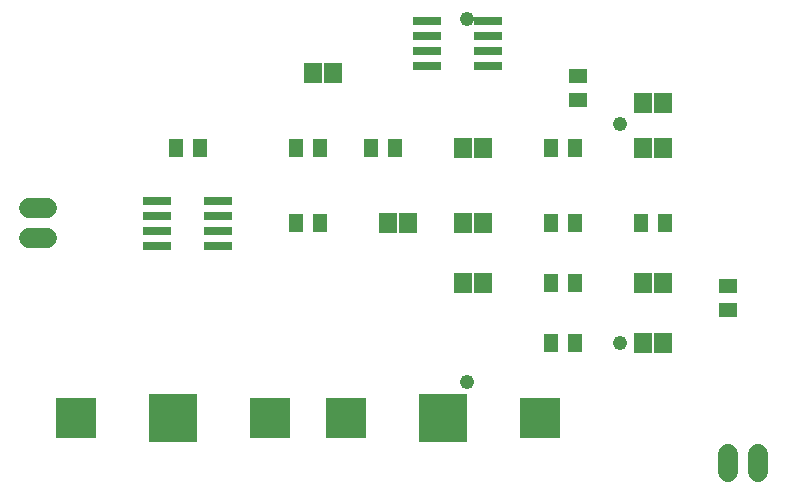
<source format=gts>
G75*
%MOIN*%
%OFA0B0*%
%FSLAX25Y25*%
%IPPOS*%
%LPD*%
%AMOC8*
5,1,8,0,0,1.08239X$1,22.5*
%
%ADD10R,0.16154X0.16154*%
%ADD11R,0.13398X0.13398*%
%ADD12R,0.05918X0.06706*%
%ADD13C,0.06737*%
%ADD14R,0.09461X0.03162*%
%ADD15R,0.05131X0.06312*%
%ADD16R,0.06312X0.05131*%
%ADD17C,0.04800*%
D10*
X0068000Y0041800D03*
X0158000Y0041800D03*
D11*
X0035717Y0041800D03*
X0100283Y0041800D03*
X0125717Y0041800D03*
X0190283Y0041800D03*
D12*
X0224654Y0066800D03*
X0231346Y0066800D03*
X0231346Y0086800D03*
X0224654Y0086800D03*
X0171346Y0086800D03*
X0164654Y0086800D03*
X0164654Y0106800D03*
X0171346Y0106800D03*
X0146346Y0106800D03*
X0139654Y0106800D03*
X0164654Y0131800D03*
X0171346Y0131800D03*
X0224654Y0131800D03*
X0231346Y0131800D03*
X0231346Y0146800D03*
X0224654Y0146800D03*
X0121346Y0156800D03*
X0114654Y0156800D03*
D13*
X0025969Y0111800D02*
X0020031Y0111800D01*
X0020031Y0101800D02*
X0025969Y0101800D01*
X0253000Y0029769D02*
X0253000Y0023831D01*
X0263000Y0023831D02*
X0263000Y0029769D01*
D14*
X0083236Y0099300D03*
X0083236Y0104300D03*
X0083236Y0109300D03*
X0083236Y0114300D03*
X0062764Y0114300D03*
X0062764Y0109300D03*
X0062764Y0104300D03*
X0062764Y0099300D03*
X0152764Y0159300D03*
X0152764Y0164300D03*
X0152764Y0169300D03*
X0152764Y0174300D03*
X0173236Y0174300D03*
X0173236Y0169300D03*
X0173236Y0164300D03*
X0173236Y0159300D03*
D15*
X0194063Y0131800D03*
X0201937Y0131800D03*
X0201937Y0106800D03*
X0194063Y0106800D03*
X0194063Y0086800D03*
X0201937Y0086800D03*
X0201937Y0066800D03*
X0194063Y0066800D03*
X0224063Y0106800D03*
X0231937Y0106800D03*
X0141937Y0131800D03*
X0134063Y0131800D03*
X0116937Y0131800D03*
X0109063Y0131800D03*
X0076937Y0131800D03*
X0069063Y0131800D03*
X0109063Y0106800D03*
X0116937Y0106800D03*
D16*
X0203000Y0147863D03*
X0203000Y0155737D03*
X0253000Y0085737D03*
X0253000Y0077863D03*
D17*
X0217000Y0066800D03*
X0166000Y0053800D03*
X0217000Y0139800D03*
X0166000Y0174800D03*
M02*

</source>
